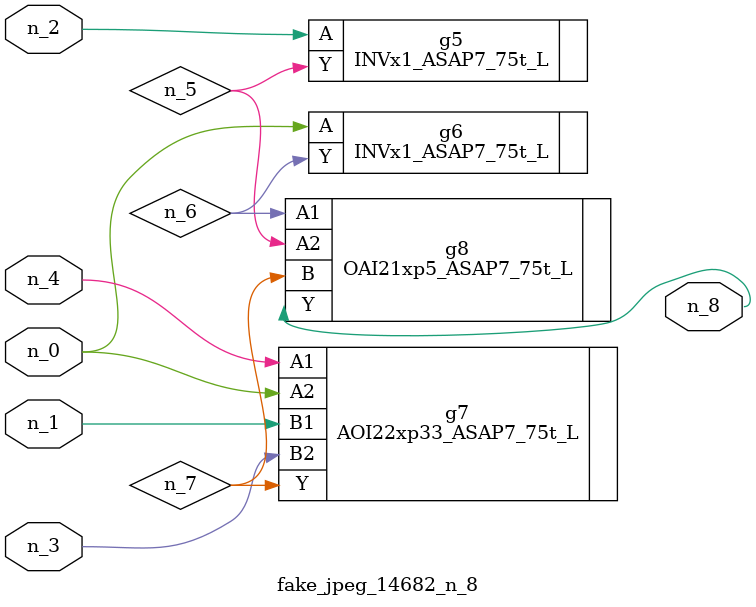
<source format=v>
module fake_jpeg_14682_n_8 (n_3, n_2, n_1, n_0, n_4, n_8);

input n_3;
input n_2;
input n_1;
input n_0;
input n_4;

output n_8;

wire n_6;
wire n_5;
wire n_7;

INVx1_ASAP7_75t_L g5 ( 
.A(n_2),
.Y(n_5)
);

INVx1_ASAP7_75t_L g6 ( 
.A(n_0),
.Y(n_6)
);

AOI22xp33_ASAP7_75t_L g7 ( 
.A1(n_4),
.A2(n_0),
.B1(n_1),
.B2(n_3),
.Y(n_7)
);

OAI21xp5_ASAP7_75t_L g8 ( 
.A1(n_6),
.A2(n_5),
.B(n_7),
.Y(n_8)
);


endmodule
</source>
